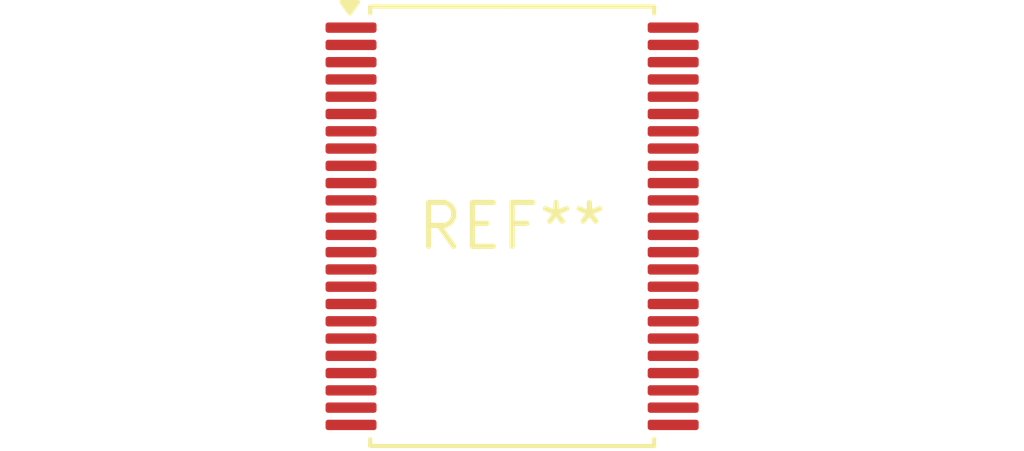
<source format=kicad_pcb>
(kicad_pcb (version 20240108) (generator pcbnew)
  (layers (0 "F.Cu" signal) (31 "B.Cu" signal) (34 "B.Paste" user) (35 "F.Paste" user) (36 "B.SilkS" user "B.Silkscreen") (37 "F.SilkS" user "F.Silkscreen") (38 "B.Mask" user) (39 "F.Mask" user) (44 "Edge.Cuts" user))
  (net 0 "")
  (footprint "TSSOP-48_8x12.5mm_P0.5mm" (layer "F.Cu") (at 0 0)
    (property "Reference" "REF**")
    (property "Value" "TSSOP-48_8x12.5mm_P0.5mm")
    (fp_line (start -4.11 -6.36) (end -4.11 -6.16) (layer "F.SilkS") (stroke (width 0.12)))
    (fp_line (start -4.11 6.36) (end -4.11 6.16) (layer "F.SilkS") (stroke (width 0.12)))
    (fp_line (start 0 -6.36) (end -4.11 -6.36) (layer "F.SilkS") (stroke (width 0.12)))
    (fp_line (start 0 -6.36) (end 4.11 -6.36) (layer "F.SilkS") (stroke (width 0.12)))
    (fp_line (start 0 6.36) (end -4.11 6.36) (layer "F.SilkS") (stroke (width 0.12)))
    (fp_line (start 0 6.36) (end 4.11 6.36) (layer "F.SilkS") (stroke (width 0.12)))
    (fp_line (start 4.11 -6.36) (end 4.11 -6.16) (layer "F.SilkS") (stroke (width 0.12)))
    (fp_line (start 4.11 6.36) (end 4.11 6.16) (layer "F.SilkS") (stroke (width 0.12)))
    (fp_poly (pts (xy -4.7 -6.16) (xy -4.94 -6.49) (xy -4.46 -6.49) (xy -4.7 -6.16)) (layer "F.SilkS") (stroke (width 0.12)) (fill solid))
    (pad "1" smd roundrect (at -4.6625 -5.75) (size 1.475 0.3) (layers "F.Cu" "F.Paste" "F.Mask"))
    (pad "2" smd roundrect (at -4.6625 -5.25) (size 1.475 0.3) (layers "F.Cu" "F.Paste" "F.Mask"))
    (pad "3" smd roundrect (at -4.6625 -4.75) (size 1.475 0.3) (layers "F.Cu" "F.Paste" "F.Mask"))
    (pad "4" smd roundrect (at -4.6625 -4.25) (size 1.475 0.3) (layers "F.Cu" "F.Paste" "F.Mask"))
    (pad "5" smd roundrect (at -4.6625 -3.75) (size 1.475 0.3) (layers "F.Cu" "F.Paste" "F.Mask"))
    (pad "6" smd roundrect (at -4.6625 -3.25) (size 1.475 0.3) (layers "F.Cu" "F.Paste" "F.Mask"))
    (pad "7" smd roundrect (at -4.6625 -2.75) (size 1.475 0.3) (layers "F.Cu" "F.Paste" "F.Mask"))
    (pad "8" smd roundrect (at -4.6625 -2.25) (size 1.475 0.3) (layers "F.Cu" "F.Paste" "F.Mask"))
    (pad "9" smd roundrect (at -4.6625 -1.75) (size 1.475 0.3) (layers "F.Cu" "F.Paste" "F.Mask"))
    (pad "10" smd roundrect (at -4.6625 -1.25) (size 1.475 0.3) (layers "F.Cu" "F.Paste" "F.Mask"))
    (pad "11" smd roundrect (at -4.6625 -0.75) (size 1.475 0.3) (layers "F.Cu" "F.Paste" "F.Mask"))
    (pad "12" smd roundrect (at -4.6625 -0.25) (size 1.475 0.3) (layers "F.Cu" "F.Paste" "F.Mask"))
    (pad "13" smd roundrect (at -4.6625 0.25) (size 1.475 0.3) (layers "F.Cu" "F.Paste" "F.Mask"))
    (pad "14" smd roundrect (at -4.6625 0.75) (size 1.475 0.3) (layers "F.Cu" "F.Paste" "F.Mask"))
    (pad "15" smd roundrect (at -4.6625 1.25) (size 1.475 0.3) (layers "F.Cu" "F.Paste" "F.Mask"))
    (pad "16" smd roundrect (at -4.6625 1.75) (size 1.475 0.3) (layers "F.Cu" "F.Paste" "F.Mask"))
    (pad "17" smd roundrect (at -4.6625 2.25) (size 1.475 0.3) (layers "F.Cu" "F.Paste" "F.Mask"))
    (pad "18" smd roundrect (at -4.6625 2.75) (size 1.475 0.3) (layers "F.Cu" "F.Paste" "F.Mask"))
    (pad "19" smd roundrect (at -4.6625 3.25) (size 1.475 0.3) (layers "F.Cu" "F.Paste" "F.Mask"))
    (pad "20" smd roundrect (at -4.6625 3.75) (size 1.475 0.3) (layers "F.Cu" "F.Paste" "F.Mask"))
    (pad "21" smd roundrect (at -4.6625 4.25) (size 1.475 0.3) (layers "F.Cu" "F.Paste" "F.Mask"))
    (pad "22" smd roundrect (at -4.6625 4.75) (size 1.475 0.3) (layers "F.Cu" "F.Paste" "F.Mask"))
    (pad "23" smd roundrect (at -4.6625 5.25) (size 1.475 0.3) (layers "F.Cu" "F.Paste" "F.Mask"))
    (pad "24" smd roundrect (at -4.6625 5.75) (size 1.475 0.3) (layers "F.Cu" "F.Paste" "F.Mask"))
    (pad "25" smd roundrect (at 4.6625 5.75) (size 1.475 0.3) (layers "F.Cu" "F.Paste" "F.Mask"))
    (pad "26" smd roundrect (at 4.6625 5.25) (size 1.475 0.3) (layers "F.Cu" "F.Paste" "F.Mask"))
    (pad "27" smd roundrect (at 4.6625 4.75) (size 1.475 0.3) (layers "F.Cu" "F.Paste" "F.Mask"))
    (pad "28" smd roundrect (at 4.6625 4.25) (size 1.475 0.3) (layers "F.Cu" "F.Paste" "F.Mask"))
    (pad "29" smd roundrect (at 4.6625 3.75) (size 1.475 0.3) (layers "F.Cu" "F.Paste" "F.Mask"))
    (pad "30" smd roundrect (at 4.6625 3.25) (size 1.475 0.3) (layers "F.Cu" "F.Paste" "F.Mask"))
    (pad "31" smd roundrect (at 4.6625 2.75) (size 1.475 0.3) (layers "F.Cu" "F.Paste" "F.Mask"))
    (pad "32" smd roundrect (at 4.6625 2.25) (size 1.475 0.3) (layers "F.Cu" "F.Paste" "F.Mask"))
    (pad "33" smd roundrect (at 4.6625 1.75) (size 1.475 0.3) (layers "F.Cu" "F.Paste" "F.Mask"))
    (pad "34" smd roundrect (at 4.6625 1.25) (size 1.475 0.3) (layers "F.Cu" "F.Paste" "F.Mask"))
    (pad "35" smd roundrect (at 4.6625 0.75) (size 1.475 0.3) (layers "F.Cu" "F.Paste" "F.Mask"))
    (pad "36" smd roundrect (at 4.6625 0.25) (size 1.475 0.3) (layers "F.Cu" "F.Paste" "F.Mask"))
    (pad "37" smd roundrect (at 4.6625 -0.25) (size 1.475 0.3) (layers "F.Cu" "F.Paste" "F.Mask"))
    (pad "38" smd roundrect (at 4.6625 -0.75) (size 1.475 0.3) (layers "F.Cu" "F.Paste" "F.Mask"))
    (pad "39" smd roundrect (at 4.6625 -1.25) (size 1.475 0.3) (layers "F.Cu" "F.Paste" "F.Mask"))
    (pad "40" smd roundrect (at 4.6625 -1.75) (size 1.475 0.3) (layers "F.Cu" "F.Paste" "F.Mask"))
    (pad "41" smd roundrect (at 4.6625 -2.25) (size 1.475 0.3) (layers "F.Cu" "F.Paste" "F.Mask"))
    (pad "42" smd roundrect (at 4.6625 -2.75) (size 1.475 0.3) (layers "F.Cu" "F.Paste" "F.Mask"))
    (pad "43" smd roundrect (at 4.6625 -3.25) (size 1.475 0.3) (layers "F.Cu" "F.Paste" "F.Mask"))
    (pad "44" smd roundrect (at 4.6625 -3.75) (size 1.475 0.3) (layers "F.Cu" "F.Paste" "F.Mask"))
    (pad "45" smd roundrect (at 4.6625 -4.25) (size 1.475 0.3) (layers "F.Cu" "F.Paste" "F.Mask"))
    (pad "46" smd roundrect (at 4.6625 -4.75) (size 1.475 0.3) (layers "F.Cu" "F.Paste" "F.Mask"))
    (pad "47" smd roundrect (at 4.6625 -5.25) (size 1.475 0.3) (layers "F.Cu" "F.Paste" "F.Mask"))
    (pad "48" smd roundrect (at 4.6625 -5.75) (size 1.475 0.3) (layers "F.Cu" "F.Paste" "F.Mask"))
  )
)
</source>
